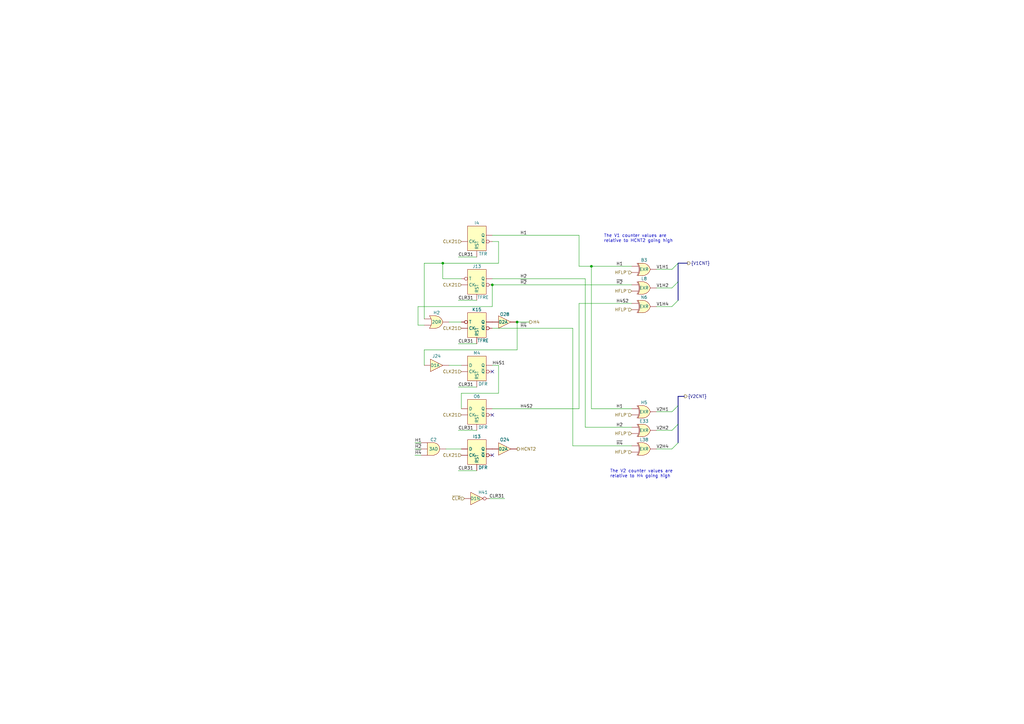
<source format=kicad_sch>
(kicad_sch (version 20231120) (generator "eeschema") (generator_version "8.0")
  (paper "A3")
  (title_block (title "Konami 007781") (date "2024-09-08"))
  (lib_symbols
    (symbol "ga_oki_msm70v0000:2OR"
      (property "Reference" "U" (at 0 3.81 0))
      (property "Value" "2OR" (at 0 -3.81 0))
      (symbol "2OR_1_1"
        (arc (start -2.9127 -2.5398) (mid -2.0762 0.0001) (end -2.9129 2.54))
        (arc (start -0.635 -2.54) (mid 1.3992 -1.8283) (end 2.54 0) (fill (type background)))
        (polyline (pts (xy -0.635 -2.54) (xy -2.921 -2.54)) (fill (type outline)))
        (polyline (pts (xy -0.635 2.54) (xy -2.921 2.54)) (fill (type background)))
        (polyline (pts (xy -0.635 2.54) (xy -2.921 2.54) (xy -2.54 1.905) (xy -2.286 1.27) (xy -2.159 0.762) (xy -2.1082 0.4572) (xy -2.0828 0.1778) (xy -2.0828 -0.127) (xy -2.1336 -0.6604) (xy -2.2098 -1.016) (xy -2.3114 -1.3716) (xy -2.4384 -1.6764) (xy -2.6162 -2.0574) (xy -2.794 -2.3368) (xy -2.921 -2.54) (xy -0.635 -2.54)) (stroke (width -0.0001)) (fill (type background)))
        (arc (start 2.54 0) (mid 1.3994 1.8287) (end -0.635 2.54) (fill (type background)))
        (pin input line (at -5.08 1.27 0) (length 2.794) (name "") (number "1"))
        (pin input line (at -5.08 -1.27 0) (length 2.794) (name "") (number "2"))
        (pin output line (at 5.08 0 180) (length 2.54) (name "") (number "3"))
      )
    )
    (symbol "ga_oki_msm70v0000:3AD"
      (property "Reference" "U" (at 0 3.81 0))
      (property "Value" "3AD" (at 0 -3.81 0))
      (symbol "3AD_1_1"
        (arc (start 0 -2.54) (mid 1.7263 -1.7263) (end 2.54 0) (fill (type background)))
        (polyline (pts (xy 0 2.54) (xy -2.54 2.54) (xy -2.54 -2.54) (xy 0 -2.54)) (fill (type background)))
        (arc (start 2.54 0) (mid 1.7961 1.7961) (end 0 2.54) (fill (type background)))
        (pin input line (at -5.08 2.54 0) (length 2.54) (name "") (number "1"))
        (pin input line (at -5.08 0 0) (length 2.54) (name "") (number "2"))
        (pin input line (at -5.08 -2.54 0) (length 2.54) (name "") (number "3"))
        (pin output line (at 5.08 0 180) (length 2.54) (name "") (number "4"))
      )
    )
    (symbol "ga_oki_msm70v0000:D1A"
      (property "Reference" "U" (at 0 3.81 0))
      (property "Value" "D1A" (at 0 -3.81 0))
      (symbol "D1A_1_1"
        (polyline (pts (xy -2.54 2.54) (xy -2.54 -2.54) (xy 2.54 0) (xy -2.54 2.54)) (fill (type background)))
        (pin input line (at -5.08 0 0) (length 2.54) (name "") (number "1"))
        (pin output line (at 5.08 0 180) (length 2.54) (name "") (number "2"))
      )
    )
    (symbol "ga_oki_msm70v0000:D1N"
      (property "Reference" "U" (at 0 3.81 0))
      (property "Value" "D1N" (at 0 -3.81 0))
      (symbol "D1N_1_1"
        (polyline (pts (xy -2.54 2.54) (xy -2.54 -2.54) (xy 2.54 0) (xy -2.54 2.54)) (fill (type background)))
        (pin input line (at -5.08 0 0) (length 2.54) (name "") (number "1"))
        (pin output inverted (at 5.08 0 180) (length 2.54) (name "") (number "2"))
      )
    )
    (symbol "ga_oki_msm70v0000:D2A"
      (property "Reference" "U" (at 0 3.81 0))
      (property "Value" "D2A" (at 0 -3.81 0))
      (symbol "D2A_1_1"
        (polyline (pts (xy -2.54 2.54) (xy -2.54 -2.54) (xy 2.54 0) (xy -2.54 2.54)) (fill (type background)))
        (pin input line (at -5.08 0 0) (length 2.54) (name "") (number "1"))
        (pin output line (at 5.08 0 180) (length 2.54) (name "") (number "2"))
      )
    )
    (symbol "ga_oki_msm70v0000:DFR"
      (property "Reference" "U" (at 0 6.35 0))
      (property "Value" "DFR" (at 2.54 -6.35 0))
      (symbol "DFR_1_1"
        (rectangle (start -3.81 5.08) (end 3.81 -5.08) (fill (type background)))
        (pin input line (at -6.35 1.27 0) (length 2.54) (name "D") (number "1"))
        (pin input line (at -6.35 -1.27 0) (length 2.54) (name "CK") (number "2"))
        (pin input line (at 0 -7.62 90) (length 2.54) (name "RST") (number "3"))
        (pin output inverted (at 6.35 -1.27 180) (length 2.54) (name "~{Q}") (number "4"))
        (pin output line (at 6.35 1.27 180) (length 2.54) (name "Q") (number "5"))
      )
    )
    (symbol "ga_oki_msm70v0000:EXR"
      (property "Reference" "U" (at 0 3.81 0))
      (property "Value" "EXR" (at 0 -3.81 0))
      (symbol "EXR_1_1"
        (arc (start -2.9127 -2.5398) (mid -2.0762 0.0001) (end -2.9129 2.54))
        (arc (start -2.54 -2.54) (mid -1.7035 -0.0001) (end -2.5402 2.5398))
        (arc (start -0.635 -2.54) (mid 1.3992 -1.8283) (end 2.54 0) (fill (type background)))
        (polyline (pts (xy -0.635 -2.54) (xy -2.54 -2.54)) (fill (type outline)))
        (polyline (pts (xy -0.635 2.54) (xy -2.54 2.54)) (fill (type background)))
        (polyline (pts (xy -0.635 2.54) (xy -2.54 2.54) (xy -2.159 1.905) (xy -1.905 1.27) (xy -1.778 0.762) (xy -1.7272 0.4572) (xy -1.7018 0.1778) (xy -1.7018 -0.127) (xy -1.7526 -0.6604) (xy -1.8288 -1.016) (xy -1.9304 -1.3716) (xy -2.0574 -1.6764) (xy -2.2352 -2.0574) (xy -2.413 -2.3368) (xy -2.54 -2.54) (xy -0.635 -2.54)) (stroke (width -0.0001)) (fill (type background)))
        (arc (start 2.54 0) (mid 1.3994 1.8287) (end -0.635 2.54) (fill (type background)))
        (pin input line (at -5.08 1.27 0) (length 2.794) (name "") (number "1"))
        (pin input line (at -5.08 -1.27 0) (length 2.794) (name "") (number "2"))
        (pin output line (at 5.08 0 180) (length 2.54) (name "") (number "3"))
      )
    )
    (symbol "ga_oki_msm70v0000:TFR"
      (property "Reference" "U" (at 0 6.35 0))
      (property "Value" "TFR" (at 2.54 -6.35 0))
      (symbol "TFR_1_1"
        (rectangle (start -3.81 5.08) (end 3.81 -5.08) (fill (type background)))
        (pin input line (at -6.35 -1.27 0) (length 2.54) (name "CK") (number "2"))
        (pin input line (at 0 -7.62 90) (length 2.54) (name "RST") (number "3"))
        (pin output inverted (at 6.35 -1.27 180) (length 2.54) (name "~{Q}") (number "4"))
        (pin output line (at 6.35 1.27 180) (length 2.54) (name "Q") (number "5"))
      )
    )
    (symbol "ga_oki_msm70v0000:TFRE"
      (property "Reference" "U" (at 0 6.35 0))
      (property "Value" "TFRE" (at 2.54 -6.35 0))
      (symbol "TFRE_1_1"
        (rectangle (start -3.81 5.08) (end 3.81 -5.08) (fill (type background)))
        (pin input inverted (at -6.35 1.27 0) (length 2.54) (name "T") (number "1"))
        (pin input line (at -6.35 -1.27 0) (length 2.54) (name "CK") (number "2"))
        (pin input line (at 0 -7.62 90) (length 2.54) (name "RST") (number "3"))
        (pin output inverted (at 6.35 -1.27 180) (length 2.54) (name "~{Q}") (number "4"))
        (pin output line (at 6.35 1.27 180) (length 2.54) (name "Q") (number "5"))
      )
    )
  )
  (bus_alias "V1CNT" (members "V1H1" "V1H2" "V1H4"))
  (bus_alias "V2CNT" (members "V2H1" "V2H2" "V2H4"))
  (junction (at 201.93 116.84))
  (junction (at 242.57 109.22))
  (junction (at 212.09 132.08))
  (junction (at 181.61 107.95))
  (no_connect (at 201.93 152.4))
  (no_connect (at 201.93 186.69))
  (no_connect (at 201.93 170.18))
  (bus_entry (at 275.59 125.73) (size 2.54 -2.54))
  (bus_entry (at 275.59 118.11) (size 2.54 -2.54))
  (bus_entry (at 275.59 176.53) (size 2.54 -2.54))
  (bus_entry (at 275.59 110.49) (size 2.54 -2.54))
  (bus_entry (at 275.59 184.15) (size 2.54 -2.54))
  (bus_entry (at 275.59 168.91) (size 2.54 -2.54))
  (wire (pts (xy 170.18 184.15) (xy 172.72 184.15)))
  (wire (pts (xy 187.96 158.75) (xy 195.58 158.75)))
  (wire (pts (xy 201.93 96.52) (xy 237.49 96.52)))
  (wire (pts (xy 242.57 109.22) (xy 259.08 109.22)))
  (wire (pts (xy 242.57 167.64) (xy 242.57 109.22)))
  (wire (pts (xy 187.96 176.53) (xy 195.58 176.53)))
  (wire (pts (xy 234.95 182.88) (xy 259.08 182.88)))
  (wire (pts (xy 201.93 114.3) (xy 240.03 114.3)))
  (wire (pts (xy 269.24 110.49) (xy 275.59 110.49)))
  (wire (pts (xy 200.66 204.47) (xy 207.01 204.47)))
  (wire (pts (xy 181.61 114.3) (xy 189.23 114.3)))
  (wire (pts (xy 187.96 140.97) (xy 195.58 140.97)))
  (wire (pts (xy 237.49 109.22) (xy 242.57 109.22)))
  (wire (pts (xy 201.93 125.73) (xy 171.45 125.73)))
  (wire (pts (xy 184.15 149.86) (xy 189.23 149.86)))
  (wire (pts (xy 173.99 107.95) (xy 173.99 130.81)))
  (wire (pts (xy 184.15 132.08) (xy 189.23 132.08)))
  (wire (pts (xy 240.03 114.3) (xy 240.03 175.26)))
  (wire (pts (xy 187.96 193.04) (xy 195.58 193.04)))
  (wire (pts (xy 187.96 123.19) (xy 195.58 123.19)))
  (wire (pts (xy 269.24 184.15) (xy 275.59 184.15)))
  (wire (pts (xy 201.93 167.64) (xy 237.49 167.64)))
  (wire (pts (xy 240.03 175.26) (xy 259.08 175.26)))
  (wire (pts (xy 212.09 132.08) (xy 217.17 132.08)))
  (wire (pts (xy 204.47 99.06) (xy 204.47 107.95)))
  (wire (pts (xy 181.61 107.95) (xy 173.99 107.95)))
  (wire (pts (xy 237.49 124.46) (xy 259.08 124.46)))
  (wire (pts (xy 189.23 161.29) (xy 189.23 167.64)))
  (bus (pts (xy 278.13 162.56) (xy 280.67 162.56)))
  (wire (pts (xy 173.99 143.51) (xy 173.99 149.86)))
  (wire (pts (xy 182.88 184.15) (xy 189.23 184.15)))
  (wire (pts (xy 170.18 186.69) (xy 172.72 186.69)))
  (wire (pts (xy 201.93 99.06) (xy 204.47 99.06)))
  (wire (pts (xy 269.24 168.91) (xy 275.59 168.91)))
  (bus (pts (xy 278.13 162.56) (xy 278.13 166.37)))
  (bus (pts (xy 278.13 107.95) (xy 281.94 107.95)))
  (wire (pts (xy 204.47 149.86) (xy 204.47 161.29)))
  (wire (pts (xy 237.49 167.64) (xy 237.49 124.46)))
  (wire (pts (xy 187.96 105.41) (xy 195.58 105.41)))
  (wire (pts (xy 234.95 134.62) (xy 234.95 182.88)))
  (wire (pts (xy 201.93 116.84) (xy 201.93 125.73)))
  (wire (pts (xy 269.24 125.73) (xy 275.59 125.73)))
  (wire (pts (xy 181.61 107.95) (xy 181.61 114.3)))
  (wire (pts (xy 269.24 118.11) (xy 275.59 118.11)))
  (wire (pts (xy 269.24 176.53) (xy 275.59 176.53)))
  (wire (pts (xy 201.93 134.62) (xy 234.95 134.62)))
  (wire (pts (xy 171.45 133.35) (xy 173.99 133.35)))
  (wire (pts (xy 181.61 107.95) (xy 204.47 107.95)))
  (wire (pts (xy 170.18 181.61) (xy 172.72 181.61)))
  (wire (pts (xy 201.93 116.84) (xy 259.08 116.84)))
  (bus (pts (xy 278.13 123.19) (xy 278.13 115.57)))
  (wire (pts (xy 237.49 96.52) (xy 237.49 109.22)))
  (bus (pts (xy 278.13 173.99) (xy 278.13 166.37)))
  (wire (pts (xy 171.45 125.73) (xy 171.45 133.35)))
  (wire (pts (xy 212.09 143.51) (xy 173.99 143.51)))
  (bus (pts (xy 278.13 181.61) (xy 278.13 173.99)))
  (wire (pts (xy 189.23 161.29) (xy 204.47 161.29)))
  (bus (pts (xy 278.13 115.57) (xy 278.13 107.95)))
  (wire (pts (xy 242.57 167.64) (xy 259.08 167.64)))
  (wire (pts (xy 201.93 149.86) (xy 204.47 149.86)))
  (wire (pts (xy 212.09 132.08) (xy 212.09 143.51)))
  (text "The V1 counter values are\nrelative to HCNT2 going high" (at 247.65 97.79 0) (effects (font (size 1.27 1.27)) (justify left)))
  (text "The V2 counter values are\nrelative to H4 going high" (at 250.19 194.31 0) (effects (font (size 1.27 1.27)) (justify left)))
  (label "H1" (at 252.73 109.22 0))
  (label "V2H2" (at 269.24 176.53 0))
  (label "H4S2" (at 213.36 167.64 0))
  (label "H1" (at 170.18 181.61 0))
  (label "V1H1" (at 269.24 110.49 0))
  (label "H2" (at 252.73 175.26 0))
  (label "~{H2}" (at 252.73 116.84 0))
  (label "H4S1" (at 201.93 149.86 0))
  (label "V1H2" (at 269.24 118.11 0))
  (label "H1" (at 213.36 96.52 0))
  (label "CLR31" (at 187.96 176.53 0))
  (label "CLR31" (at 187.96 105.41 0))
  (label "CLR31" (at 200.66 204.47 0))
  (label "CLR31" (at 187.96 193.04 0))
  (label "~{H4}" (at 170.18 186.69 0))
  (label "H4S2" (at 252.73 124.46 0))
  (label "V1H4" (at 269.24 125.73 0))
  (label "~{H4}" (at 252.73 182.88 0))
  (label "H1" (at 252.73 167.64 0))
  (label "H2" (at 213.36 114.3 0))
  (label "~{H2}" (at 170.18 184.15 0))
  (label "~{H2}" (at 213.36 116.84 0))
  (label "CLR31" (at 187.96 158.75 0))
  (label "V2H1" (at 269.24 168.91 0))
  (label "CLR31" (at 187.96 140.97 0))
  (label "V2H4" (at 269.24 184.15 0))
  (label "CLR31" (at 187.96 123.19 0))
  (label "~{H4}" (at 213.36 134.62 0))
  (hierarchical_label "H4" (shape output) (at 217.17 132.08 0))
  (hierarchical_label "{V2CNT}" (shape output) (at 280.67 162.56 0))
  (hierarchical_label "CLK21" (shape input) (at 189.23 186.69 180))
  (hierarchical_label "CLK21" (shape input) (at 189.23 134.62 180))
  (hierarchical_label "HCNT2" (shape output) (at 212.09 184.15 0))
  (hierarchical_label "HFLP'" (shape input) (at 259.08 185.42 180))
  (hierarchical_label "~{CLR}" (shape input) (at 190.5 204.47 180))
  (hierarchical_label "{V1CNT}" (shape output) (at 281.94 107.95 0))
  (hierarchical_label "HFLP'" (shape input) (at 259.08 111.76 180))
  (hierarchical_label "HFLP'" (shape input) (at 259.08 177.8 180))
  (hierarchical_label "CLK21" (shape input) (at 189.23 116.84 180))
  (hierarchical_label "CLK21" (shape input) (at 189.23 170.18 180))
  (hierarchical_label "HFLP'" (shape input) (at 259.08 119.38 180))
  (hierarchical_label "HFLP'" (shape input) (at 259.08 127 180))
  (hierarchical_label "CLK21" (shape input) (at 189.23 99.06 180))
  (hierarchical_label "CLK21" (shape input) (at 189.23 152.4 180))
  (hierarchical_label "HFLP'" (shape input) (at 259.08 170.18 180))
  (symbol (lib_id "ga_oki_msm70v0000:TFRE") (at 195.58 133.35 0) (unit 1)
    (property "Reference" "K15" (at 195.58 127 0))
    (property "Value" "TFRE" (at 198.12 139.7 0))
    (property "Description" "Toggle flop flop with /enable reset" (effects (hide yes)))
  )
  (symbol (lib_id "ga_oki_msm70v0000:DFR") (at 195.58 151.13 0) (unit 1)
    (property "Reference" "M4" (at 195.58 144.78 0))
    (property "Value" "DFR" (at 198.12 157.48 0))
    (property "Description" "D-type flip flop with reset" (effects (hide yes)))
  )
  (symbol (lib_id "ga_oki_msm70v0000:D1A") (at 179.07 149.86 0) (unit 1)
    (property "Reference" "J24" (at 179.07 146.05 0))
    (property "Value" "D1A" (at 178.435 149.86 0))
    (property "Description" "Internal through driver -1" (effects (hide yes)))
  )
  (symbol (lib_id "ga_oki_msm70v0000:EXR") (at 264.16 125.73 0) (unit 1)
    (property "Reference" "N6" (at 264.16 121.92 0))
    (property "Value" "EXR" (at 264.16 125.73 0))
    (property "Description" "Exlusive OR gate" (effects (hide yes)))
  )
  (symbol (lib_id "ga_oki_msm70v0000:EXR") (at 264.16 110.49 0) (unit 1)
    (property "Reference" "B3" (at 264.16 106.68 0))
    (property "Value" "EXR" (at 264.16 110.49 0))
    (property "Description" "Exlusive OR gate" (effects (hide yes)))
  )
  (symbol (lib_id "ga_oki_msm70v0000:D2A") (at 207.01 184.15 0) (unit 1)
    (property "Reference" "O24" (at 207.01 180.34 0))
    (property "Value" "D2A" (at 206.375 184.15 0))
    (property "Description" "Internal through driver -2" (effects (hide yes)))
  )
  (symbol (lib_id "ga_oki_msm70v0000:D2A") (at 207.01 132.08 0) (unit 1)
    (property "Reference" "O28" (at 207.01 128.905 0))
    (property "Value" "D2A" (at 206.375 132.08 0))
    (property "Description" "Internal through driver -2" (effects (hide yes)))
  )
  (symbol (lib_id "ga_oki_msm70v0000:DFR") (at 195.58 168.91 0) (unit 1)
    (property "Reference" "O6" (at 195.58 162.56 0))
    (property "Value" "DFR" (at 198.12 175.26 0))
    (property "Description" "D-type flip flop with reset" (effects (hide yes)))
  )
  (symbol (lib_id "ga_oki_msm70v0000:DFR") (at 195.58 185.42 0) (unit 1)
    (property "Reference" "I13" (at 195.58 179.07 0))
    (property "Value" "DFR" (at 198.12 191.77 0))
    (property "Description" "D-type flip flop with reset" (effects (hide yes)))
  )
  (symbol (lib_id "ga_oki_msm70v0000:EXR") (at 264.16 176.53 0) (unit 1)
    (property "Reference" "E33" (at 264.16 172.72 0))
    (property "Value" "EXR" (at 264.16 176.53 0))
    (property "Description" "Exlusive OR gate" (effects (hide yes)))
  )
  (symbol (lib_id "ga_oki_msm70v0000:2OR") (at 179.07 132.08 0) (unit 1)
    (property "Reference" "H2" (at 179.07 128.27 0))
    (property "Value" "2OR" (at 179.07 132.08 0))
    (property "Description" "2-input OR gate" (effects (hide yes)))
  )
  (symbol (lib_id "ga_oki_msm70v0000:EXR") (at 264.16 118.11 0) (unit 1)
    (property "Reference" "L8" (at 264.16 114.3 0))
    (property "Value" "EXR" (at 264.16 118.11 0))
    (property "Description" "Exlusive OR gate" (effects (hide yes)))
  )
  (symbol (lib_id "ga_oki_msm70v0000:TFR") (at 195.58 97.79 0) (unit 1)
    (property "Reference" "I4" (at 195.58 91.44 0))
    (property "Value" "TFR" (at 198.12 104.14 0))
    (property "Description" "Toggle flop flop with reset" (effects (hide yes)))
  )
  (symbol (lib_id "ga_oki_msm70v0000:EXR") (at 264.16 168.91 0) (unit 1)
    (property "Reference" "H5" (at 264.16 165.1 0))
    (property "Value" "EXR" (at 264.16 168.91 0))
    (property "Description" "Exlusive OR gate" (effects (hide yes)))
  )
  (symbol (lib_id "ga_oki_msm70v0000:D1N") (at 195.58 204.47 0) (unit 1)
    (property "Reference" "H41" (at 198.12 201.93 0))
    (property "Value" "D1N" (at 194.945 204.47 0))
    (property "Description" "Internal invert driver -1" (effects (hide yes)))
  )
  (symbol (lib_id "ga_oki_msm70v0000:3AD") (at 177.8 184.15 0) (unit 1)
    (property "Reference" "C2" (at 177.8 180.34 0))
    (property "Value" "3AD" (at 177.8 184.15 0))
    (property "Description" "3-input AND gate" (effects (hide yes)))
  )
  (symbol (lib_id "ga_oki_msm70v0000:TFRE") (at 195.58 115.57 0) (unit 1)
    (property "Reference" "J13" (at 195.58 109.22 0))
    (property "Value" "TFRE" (at 198.12 121.92 0))
    (property "Description" "Toggle flop flop with /enable reset" (effects (hide yes)))
  )
  (symbol (lib_id "ga_oki_msm70v0000:EXR") (at 264.16 184.15 0) (unit 1)
    (property "Reference" "L38" (at 264.16 180.34 0))
    (property "Value" "EXR" (at 264.16 184.15 0))
    (property "Description" "Exlusive OR gate" (effects (hide yes)))
  )
)
</source>
